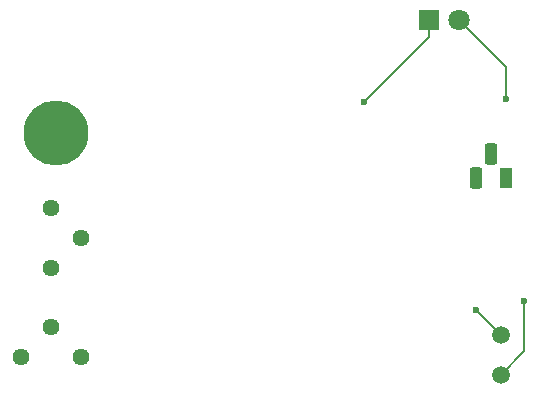
<source format=gbr>
%TF.GenerationSoftware,KiCad,Pcbnew,8.0.7*%
%TF.CreationDate,2025-06-23T15:52:58+10:00*%
%TF.ProjectId,solder,736f6c64-6572-42e6-9b69-6361645f7063,rev?*%
%TF.SameCoordinates,Original*%
%TF.FileFunction,Copper,L1,Top*%
%TF.FilePolarity,Positive*%
%FSLAX46Y46*%
G04 Gerber Fmt 4.6, Leading zero omitted, Abs format (unit mm)*
G04 Created by KiCad (PCBNEW 8.0.7) date 2025-06-23 15:52:58*
%MOMM*%
%LPD*%
G01*
G04 APERTURE LIST*
G04 Aperture macros list*
%AMRoundRect*
0 Rectangle with rounded corners*
0 $1 Rounding radius*
0 $2 $3 $4 $5 $6 $7 $8 $9 X,Y pos of 4 corners*
0 Add a 4 corners polygon primitive as box body*
4,1,4,$2,$3,$4,$5,$6,$7,$8,$9,$2,$3,0*
0 Add four circle primitives for the rounded corners*
1,1,$1+$1,$2,$3*
1,1,$1+$1,$4,$5*
1,1,$1+$1,$6,$7*
1,1,$1+$1,$8,$9*
0 Add four rect primitives between the rounded corners*
20,1,$1+$1,$2,$3,$4,$5,0*
20,1,$1+$1,$4,$5,$6,$7,0*
20,1,$1+$1,$6,$7,$8,$9,0*
20,1,$1+$1,$8,$9,$2,$3,0*%
G04 Aperture macros list end*
%TA.AperFunction,ComponentPad*%
%ADD10R,1.800000X1.800000*%
%TD*%
%TA.AperFunction,ComponentPad*%
%ADD11C,1.800000*%
%TD*%
%TA.AperFunction,ComponentPad*%
%ADD12C,1.500000*%
%TD*%
%TA.AperFunction,ComponentPad*%
%ADD13C,1.440000*%
%TD*%
%TA.AperFunction,ComponentPad*%
%ADD14R,1.100000X1.800000*%
%TD*%
%TA.AperFunction,ComponentPad*%
%ADD15RoundRect,0.275000X0.275000X0.625000X-0.275000X0.625000X-0.275000X-0.625000X0.275000X-0.625000X0*%
%TD*%
%TA.AperFunction,ViaPad*%
%ADD16C,5.500000*%
%TD*%
%TA.AperFunction,ViaPad*%
%ADD17C,0.600000*%
%TD*%
%TA.AperFunction,Conductor*%
%ADD18C,0.200000*%
%TD*%
G04 APERTURE END LIST*
D10*
%TO.P,D1,1,K*%
%TO.N,Net-(D1-K)*%
X149500000Y-69000000D03*
D11*
%TO.P,D1,2,A*%
%TO.N,Net-(D1-A)*%
X152040000Y-69000000D03*
%TD*%
D12*
%TO.P,R1,1*%
%TO.N,Net-(Q1-B)*%
X155550000Y-99060000D03*
%TO.P,R1,2*%
%TO.N,Net-(BT1--)*%
X155550000Y-95660000D03*
%TD*%
D13*
%TO.P,RV1,1,1*%
%TO.N,Net-(BT1-+)*%
X114975000Y-97540000D03*
%TO.P,RV1,2,2*%
%TO.N,Net-(Q1-B)*%
X117515000Y-95000000D03*
%TO.P,RV1,3,3*%
%TO.N,unconnected-(RV1-Pad3)*%
X120055000Y-97540000D03*
%TD*%
%TO.P,RV2,1,1*%
%TO.N,Net-(BT1-+)*%
X117500000Y-84960000D03*
%TO.P,RV2,2,2*%
%TO.N,Net-(D1-K)*%
X120040000Y-87500000D03*
%TO.P,RV2,3,3*%
%TO.N,unconnected-(RV2-Pad3)*%
X117500000Y-90040000D03*
%TD*%
D14*
%TO.P,Q1,1,C*%
%TO.N,Net-(D1-A)*%
X156000000Y-82400000D03*
D15*
%TO.P,Q1,2,B*%
%TO.N,Net-(Q1-B)*%
X154730000Y-80330000D03*
%TO.P,Q1,3,E*%
%TO.N,Net-(BT1--)*%
X153460000Y-82400000D03*
%TD*%
D16*
%TO.N,*%
X117900000Y-78600000D03*
D17*
%TO.N,Net-(BT1--)*%
X153450000Y-93600000D03*
%TO.N,Net-(D1-K)*%
X144000000Y-76000000D03*
%TO.N,Net-(D1-A)*%
X156000000Y-75750000D03*
%TO.N,Net-(Q1-B)*%
X157550000Y-92800000D03*
%TD*%
D18*
%TO.N,Net-(BT1--)*%
X153450000Y-93600000D02*
X153490000Y-93600000D01*
X153490000Y-93600000D02*
X155550000Y-95660000D01*
%TO.N,Net-(D1-K)*%
X149500000Y-69000000D02*
X149500000Y-70500000D01*
X149500000Y-70500000D02*
X144000000Y-76000000D01*
%TO.N,Net-(D1-A)*%
X156000000Y-72960000D02*
X156000000Y-75750000D01*
X152040000Y-69000000D02*
X156000000Y-72960000D01*
%TO.N,Net-(Q1-B)*%
X157550000Y-92800000D02*
X157550000Y-97060000D01*
X157550000Y-97060000D02*
X155550000Y-99060000D01*
%TD*%
M02*

</source>
